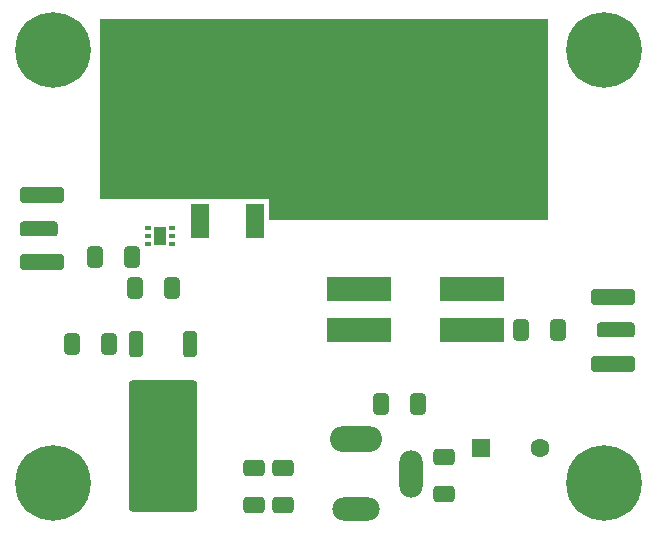
<source format=gbr>
%TF.GenerationSoftware,KiCad,Pcbnew,9.0.3*%
%TF.CreationDate,2025-07-25T20:49:55+05:30*%
%TF.ProjectId,HF-PA-v10,48462d50-412d-4763-9130-2e6b69636164,rev?*%
%TF.SameCoordinates,Original*%
%TF.FileFunction,Soldermask,Top*%
%TF.FilePolarity,Negative*%
%FSLAX46Y46*%
G04 Gerber Fmt 4.6, Leading zero omitted, Abs format (unit mm)*
G04 Created by KiCad (PCBNEW 9.0.3) date 2025-07-25 20:49:55*
%MOMM*%
%LPD*%
G01*
G04 APERTURE LIST*
G04 Aperture macros list*
%AMRoundRect*
0 Rectangle with rounded corners*
0 $1 Rounding radius*
0 $2 $3 $4 $5 $6 $7 $8 $9 X,Y pos of 4 corners*
0 Add a 4 corners polygon primitive as box body*
4,1,4,$2,$3,$4,$5,$6,$7,$8,$9,$2,$3,0*
0 Add four circle primitives for the rounded corners*
1,1,$1+$1,$2,$3*
1,1,$1+$1,$4,$5*
1,1,$1+$1,$6,$7*
1,1,$1+$1,$8,$9*
0 Add four rect primitives between the rounded corners*
20,1,$1+$1,$2,$3,$4,$5,0*
20,1,$1+$1,$4,$5,$6,$7,0*
20,1,$1+$1,$6,$7,$8,$9,0*
20,1,$1+$1,$8,$9,$2,$3,0*%
G04 Aperture macros list end*
%ADD10C,0.100000*%
%ADD11RoundRect,0.250000X-0.650000X0.412500X-0.650000X-0.412500X0.650000X-0.412500X0.650000X0.412500X0*%
%ADD12C,0.800000*%
%ADD13C,6.400000*%
%ADD14RoundRect,0.250000X1.350000X-0.385000X1.350000X0.385000X-1.350000X0.385000X-1.350000X-0.385000X0*%
%ADD15RoundRect,0.250000X1.600000X-0.425000X1.600000X0.425000X-1.600000X0.425000X-1.600000X-0.425000X0*%
%ADD16O,4.400000X2.200000*%
%ADD17O,4.000000X2.000000*%
%ADD18O,2.000000X4.000000*%
%ADD19RoundRect,0.250000X-1.350000X0.385000X-1.350000X-0.385000X1.350000X-0.385000X1.350000X0.385000X0*%
%ADD20RoundRect,0.250000X-1.600000X0.425000X-1.600000X-0.425000X1.600000X-0.425000X1.600000X0.425000X0*%
%ADD21R,1.600000X3.000000*%
%ADD22R,5.800000X10.680000*%
%ADD23RoundRect,0.250000X-0.412500X-0.650000X0.412500X-0.650000X0.412500X0.650000X-0.412500X0.650000X0*%
%ADD24RoundRect,0.250000X0.412500X0.650000X-0.412500X0.650000X-0.412500X-0.650000X0.412500X-0.650000X0*%
%ADD25O,0.610000X0.360000*%
%ADD26R,1.000000X1.600000*%
%ADD27R,1.600000X1.600000*%
%ADD28C,1.600000*%
%ADD29R,5.500000X2.150000*%
%ADD30RoundRect,0.250000X-0.350000X0.850000X-0.350000X-0.850000X0.350000X-0.850000X0.350000X0.850000X0*%
%ADD31RoundRect,0.250000X-2.650000X5.300000X-2.650000X-5.300000X2.650000X-5.300000X2.650000X5.300000X0*%
G04 APERTURE END LIST*
D10*
X21935000Y-16090000D02*
X45510000Y-16090000D01*
X45510000Y-17880000D01*
X21935000Y-17880000D01*
X21935000Y-16090000D01*
G36*
X21935000Y-16090000D02*
G01*
X45510000Y-16090000D01*
X45510000Y-17880000D01*
X21935000Y-17880000D01*
X21935000Y-16090000D01*
G37*
X7660000Y-960000D02*
X45520000Y-960000D01*
X45520000Y-16060000D01*
X7660000Y-16060000D01*
X7660000Y-960000D01*
G36*
X7660000Y-960000D02*
G01*
X45520000Y-960000D01*
X45520000Y-16060000D01*
X7660000Y-16060000D01*
X7660000Y-960000D01*
G37*
D11*
%TO.C,C2*%
X20720000Y-38943486D03*
X20720000Y-42068486D03*
%TD*%
D12*
%TO.C,H3*%
X1310000Y-40260000D03*
X2012944Y-38562944D03*
X2012944Y-41957056D03*
X3710000Y-37860000D03*
D13*
X3710000Y-40260000D03*
D12*
X3710000Y-42660000D03*
X5407056Y-38562944D03*
X5407056Y-41957056D03*
X6110000Y-40260000D03*
%TD*%
D14*
%TO.C,RF_OUT1*%
X51337500Y-27300000D03*
D15*
X51087500Y-24475000D03*
X51087500Y-30125000D03*
%TD*%
D11*
%TO.C,C12*%
X23160000Y-38950000D03*
X23160000Y-42075000D03*
%TD*%
D16*
%TO.C,Power1*%
X29320000Y-36465000D03*
D17*
X29320000Y-42465000D03*
D18*
X34020000Y-39465000D03*
%TD*%
D12*
%TO.C,H4*%
X47910000Y-40260000D03*
X48612944Y-38562944D03*
X48612944Y-41957056D03*
X50310000Y-37860000D03*
D13*
X50310000Y-40260000D03*
D12*
X50310000Y-42660000D03*
X52007056Y-38562944D03*
X52007056Y-41957056D03*
X52710000Y-40260000D03*
%TD*%
D19*
%TO.C,RF_IN1*%
X2500000Y-18700000D03*
D20*
X2750000Y-21525000D03*
X2750000Y-15875000D03*
%TD*%
D21*
%TO.C,Q1*%
X16160000Y-18030000D03*
D22*
X18450000Y-8950000D03*
D21*
X20740000Y-18030000D03*
%TD*%
D23*
%TO.C,C7*%
X10607500Y-23700000D03*
X13732500Y-23700000D03*
%TD*%
D24*
%TO.C,C3*%
X46422500Y-27280000D03*
X43297500Y-27280000D03*
%TD*%
D25*
%TO.C,U2*%
X11720000Y-18670000D03*
X11720000Y-19320000D03*
X11720000Y-19970000D03*
X13780000Y-19970000D03*
X13780000Y-19320000D03*
X13780000Y-18670000D03*
D26*
X12750000Y-19320000D03*
%TD*%
D27*
%TO.C,C6*%
X39942349Y-37265000D03*
D28*
X44942349Y-37265000D03*
%TD*%
D29*
%TO.C,T1*%
X29610000Y-23825000D03*
X29610000Y-27255000D03*
X39110000Y-27255000D03*
X39110000Y-23825000D03*
%TD*%
D12*
%TO.C,H1*%
X1310000Y-3560000D03*
X2012944Y-1862944D03*
X2012944Y-5257056D03*
X3710000Y-1160000D03*
D13*
X3710000Y-3560000D03*
D12*
X3710000Y-5960000D03*
X5407056Y-1862944D03*
X5407056Y-5257056D03*
X6110000Y-3560000D03*
%TD*%
D11*
%TO.C,C5*%
X36795000Y-37990000D03*
X36795000Y-41115000D03*
%TD*%
D24*
%TO.C,C8*%
X8390000Y-28490000D03*
X5265000Y-28490000D03*
%TD*%
D30*
%TO.C,U1*%
X15240000Y-28440000D03*
D31*
X12960000Y-37090000D03*
D30*
X10680000Y-28440000D03*
%TD*%
D23*
%TO.C,C10*%
X31447500Y-33560000D03*
X34572500Y-33560000D03*
%TD*%
D12*
%TO.C,H2*%
X47910000Y-3560000D03*
X48612944Y-1862944D03*
X48612944Y-5257056D03*
X50310000Y-1160000D03*
D13*
X50310000Y-3560000D03*
D12*
X50310000Y-5960000D03*
X52007056Y-1862944D03*
X52007056Y-5257056D03*
X52710000Y-3560000D03*
%TD*%
D24*
%TO.C,C11*%
X10332500Y-21050000D03*
X7207500Y-21050000D03*
%TD*%
M02*

</source>
